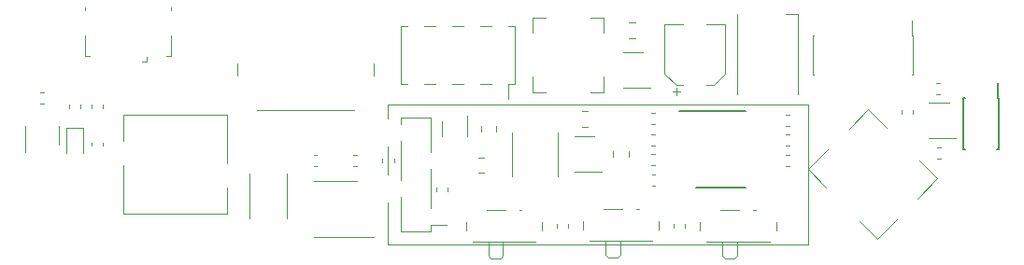
<source format=gbr>
G04 #@! TF.GenerationSoftware,KiCad,Pcbnew,(5.1.5)-3*
G04 #@! TF.CreationDate,2021-06-22T21:37:00+02:00*
G04 #@! TF.ProjectId,18650_UPS_PCB,31383635-305f-4555-9053-5f5043422e6b,rev?*
G04 #@! TF.SameCoordinates,Original*
G04 #@! TF.FileFunction,Legend,Top*
G04 #@! TF.FilePolarity,Positive*
%FSLAX46Y46*%
G04 Gerber Fmt 4.6, Leading zero omitted, Abs format (unit mm)*
G04 Created by KiCad (PCBNEW (5.1.5)-3) date 2021-06-22 21:37:00*
%MOMM*%
%LPD*%
G04 APERTURE LIST*
%ADD10C,0.120000*%
%ADD11C,0.150000*%
G04 APERTURE END LIST*
D10*
X155150000Y-83385000D02*
X155150000Y-84655000D01*
X155150000Y-96085000D02*
X155150000Y-92275000D01*
X193250000Y-96085000D02*
X155150000Y-96085000D01*
X193250000Y-94815000D02*
X193250000Y-96085000D01*
X193250000Y-83385000D02*
X193250000Y-94815000D01*
X155150000Y-83385000D02*
X193250000Y-83385000D01*
X155150000Y-89735000D02*
X155150000Y-87195000D01*
D11*
X181610000Y-83985000D02*
X187585000Y-83985000D01*
X183135000Y-90885000D02*
X187585000Y-90885000D01*
D10*
X160050000Y-84885000D02*
X160050000Y-86285000D01*
X162370000Y-86285000D02*
X162370000Y-84385000D01*
X173910000Y-86275000D02*
X172110000Y-86275000D01*
X172110000Y-89495000D02*
X174560000Y-89495000D01*
X176510000Y-81895000D02*
X178960000Y-81895000D01*
X178310000Y-78675000D02*
X176510000Y-78675000D01*
D11*
X210435000Y-82760000D02*
X210435000Y-81410000D01*
X207285000Y-82760000D02*
X207285000Y-87410000D01*
X210535000Y-82760000D02*
X210535000Y-87410000D01*
X207285000Y-82760000D02*
X207485000Y-82760000D01*
X207285000Y-87410000D02*
X207485000Y-87410000D01*
X210535000Y-87410000D02*
X210335000Y-87410000D01*
X210535000Y-82760000D02*
X210435000Y-82760000D01*
D10*
X122300000Y-85305000D02*
X122300000Y-87735000D01*
X125370000Y-87065000D02*
X125370000Y-85305000D01*
X204210000Y-86395000D02*
X206660000Y-86395000D01*
X206010000Y-83175000D02*
X204210000Y-83175000D01*
X169160000Y-94805000D02*
X169160000Y-94015000D01*
X162260000Y-94015000D02*
X162260000Y-94805000D01*
X164110000Y-92965000D02*
X165810000Y-92965000D01*
X162860000Y-95815000D02*
X168560000Y-95815000D01*
X165610000Y-97105000D02*
X165610000Y-95815000D01*
X164510000Y-97315000D02*
X165410000Y-97315000D01*
X164310000Y-95815000D02*
X164310000Y-97105000D01*
X165610000Y-97105000D02*
X165410000Y-97315000D01*
X164310000Y-97105000D02*
X164510000Y-97315000D01*
X167110000Y-92965000D02*
X167310000Y-92965000D01*
X190360000Y-94805000D02*
X190360000Y-94015000D01*
X183460000Y-94015000D02*
X183460000Y-94805000D01*
X185310000Y-92965000D02*
X187010000Y-92965000D01*
X184060000Y-95815000D02*
X189760000Y-95815000D01*
X186810000Y-97105000D02*
X186810000Y-95815000D01*
X185710000Y-97315000D02*
X186610000Y-97315000D01*
X185510000Y-95815000D02*
X185510000Y-97105000D01*
X186810000Y-97105000D02*
X186610000Y-97315000D01*
X185510000Y-97105000D02*
X185710000Y-97315000D01*
X188310000Y-92965000D02*
X188510000Y-92965000D01*
X179760000Y-94750000D02*
X179760000Y-93960000D01*
X172860000Y-93960000D02*
X172860000Y-94750000D01*
X174710000Y-92910000D02*
X176410000Y-92910000D01*
X173460000Y-95760000D02*
X179160000Y-95760000D01*
X176210000Y-97050000D02*
X176210000Y-95760000D01*
X175110000Y-97260000D02*
X176010000Y-97260000D01*
X174910000Y-95760000D02*
X174910000Y-97050000D01*
X176210000Y-97050000D02*
X176010000Y-97260000D01*
X174910000Y-97050000D02*
X175110000Y-97260000D01*
X177710000Y-92910000D02*
X177910000Y-92910000D01*
X140610000Y-93285000D02*
X140610000Y-90885000D01*
X131210000Y-93285000D02*
X140610000Y-93285000D01*
X131210000Y-88885000D02*
X131210000Y-93285000D01*
X131210000Y-84285000D02*
X131210000Y-86685000D01*
X140610000Y-84285000D02*
X131210000Y-84285000D01*
X140610000Y-84285000D02*
X140610000Y-88735000D01*
X181100000Y-94222221D02*
X181100000Y-94547779D01*
X182120000Y-94222221D02*
X182120000Y-94547779D01*
X170500000Y-94222221D02*
X170500000Y-94547779D01*
X171520000Y-94222221D02*
X171520000Y-94547779D01*
X123972779Y-82275000D02*
X123647221Y-82275000D01*
X123972779Y-83295000D02*
X123647221Y-83295000D01*
X205172779Y-81475000D02*
X204847221Y-81475000D01*
X205172779Y-82495000D02*
X204847221Y-82495000D01*
X129320000Y-87147779D02*
X129320000Y-86822221D01*
X128300000Y-87147779D02*
X128300000Y-86822221D01*
X142600000Y-89632936D02*
X142600000Y-93737064D01*
X146020000Y-89632936D02*
X146020000Y-93737064D01*
X202720000Y-84247779D02*
X202720000Y-83922221D01*
X201700000Y-84247779D02*
X201700000Y-83922221D01*
X166410000Y-89885000D02*
X166410000Y-85885000D01*
X170610000Y-89885000D02*
X170610000Y-85885000D01*
X168310000Y-75485000D02*
X168310000Y-76885000D01*
X168310000Y-82285000D02*
X168310000Y-80885000D01*
X168310000Y-75485000D02*
X169510000Y-75485000D01*
X168310000Y-82285000D02*
X169510000Y-82285000D01*
X174710000Y-82285000D02*
X173510000Y-82285000D01*
X174710000Y-82285000D02*
X174710000Y-80885000D01*
X174710000Y-75485000D02*
X174710000Y-76885000D01*
X174710000Y-75485000D02*
X173510000Y-75485000D01*
X153855000Y-80735000D02*
X153855000Y-79685000D01*
X141565000Y-80735000D02*
X141565000Y-79685000D01*
X143310000Y-83905000D02*
X152110000Y-83905000D01*
X192360000Y-75135000D02*
X191210000Y-75135000D01*
X192360000Y-82435000D02*
X192360000Y-75135000D01*
X186860000Y-82435000D02*
X186860000Y-75135000D01*
X126075000Y-85500000D02*
X126075000Y-87785000D01*
X127545000Y-85500000D02*
X126075000Y-85500000D01*
X127545000Y-87785000D02*
X127545000Y-85500000D01*
X172751422Y-83975000D02*
X173268578Y-83975000D01*
X172751422Y-85395000D02*
X173268578Y-85395000D01*
X163351422Y-89595000D02*
X163868578Y-89595000D01*
X163351422Y-88175000D02*
X163868578Y-88175000D01*
X181012500Y-82197500D02*
X181637500Y-82197500D01*
X181325000Y-82510000D02*
X181325000Y-81885000D01*
X184705563Y-81645000D02*
X185770000Y-80580563D01*
X181314437Y-81645000D02*
X180250000Y-80580563D01*
X181314437Y-81645000D02*
X181950000Y-81645000D01*
X184705563Y-81645000D02*
X184070000Y-81645000D01*
X185770000Y-80580563D02*
X185770000Y-76125000D01*
X180250000Y-80580563D02*
X180250000Y-76125000D01*
X180250000Y-76125000D02*
X181950000Y-76125000D01*
X185770000Y-76125000D02*
X184070000Y-76125000D01*
X163600000Y-85326422D02*
X163600000Y-85843578D01*
X165020000Y-85326422D02*
X165020000Y-85843578D01*
X177051422Y-77395000D02*
X177568578Y-77395000D01*
X177051422Y-75975000D02*
X177568578Y-75975000D01*
X175600000Y-88143578D02*
X175600000Y-87626422D01*
X177020000Y-88143578D02*
X177020000Y-87626422D01*
X128300000Y-83422221D02*
X128300000Y-83747779D01*
X129320000Y-83422221D02*
X129320000Y-83747779D01*
X205272779Y-87275000D02*
X204947221Y-87275000D01*
X205272779Y-88295000D02*
X204947221Y-88295000D01*
X126300000Y-83422221D02*
X126300000Y-83747779D01*
X127320000Y-83422221D02*
X127320000Y-83747779D01*
X179037221Y-87095000D02*
X179362779Y-87095000D01*
X179037221Y-86075000D02*
X179362779Y-86075000D01*
X179047221Y-85195000D02*
X179372779Y-85195000D01*
X179047221Y-84175000D02*
X179372779Y-84175000D01*
X159020000Y-87705000D02*
X159020000Y-84595000D01*
X159020000Y-92785000D02*
X159020000Y-89225000D01*
X156360000Y-90245000D02*
X156360000Y-86685000D01*
X156360000Y-85165000D02*
X156360000Y-84595000D01*
X159020000Y-94875000D02*
X159020000Y-94305000D01*
X159020000Y-94305000D02*
X160540000Y-94305000D01*
X156360000Y-94875000D02*
X156360000Y-91765000D01*
X159020000Y-84595000D02*
X156360000Y-84595000D01*
X159020000Y-94875000D02*
X156360000Y-94875000D01*
X150410000Y-95450000D02*
X153860000Y-95450000D01*
X150410000Y-95450000D02*
X148460000Y-95450000D01*
X150410000Y-90330000D02*
X152360000Y-90330000D01*
X150410000Y-90330000D02*
X148460000Y-90330000D01*
X204978986Y-90109264D02*
X203317285Y-88447563D01*
X204978986Y-90109264D02*
X203140509Y-91947742D01*
X198685736Y-83816014D02*
X200347437Y-85477715D01*
X198685736Y-83816014D02*
X196953324Y-85548425D01*
X193241014Y-89260736D02*
X194867359Y-90887082D01*
X193241014Y-89260736D02*
X195114847Y-87386903D01*
X199534264Y-95553986D02*
X197907918Y-93927641D01*
X199534264Y-95553986D02*
X201408097Y-93680153D01*
X155720000Y-88647779D02*
X155720000Y-88322221D01*
X154700000Y-88647779D02*
X154700000Y-88322221D01*
X160620000Y-91247779D02*
X160620000Y-90922221D01*
X159600000Y-91247779D02*
X159600000Y-90922221D01*
X166090000Y-81485000D02*
X166090000Y-82845000D01*
X156950000Y-76285000D02*
X156380000Y-76285000D01*
X159490000Y-76285000D02*
X158470000Y-76285000D01*
X162030000Y-76285000D02*
X161010000Y-76285000D01*
X164570000Y-76285000D02*
X163550000Y-76285000D01*
X166660000Y-76285000D02*
X166090000Y-76285000D01*
X156380000Y-76285000D02*
X156380000Y-81485000D01*
X156950000Y-81485000D02*
X156380000Y-81485000D01*
X159490000Y-81485000D02*
X158470000Y-81485000D01*
X162030000Y-81485000D02*
X161010000Y-81485000D01*
X164570000Y-81485000D02*
X163550000Y-81485000D01*
X166660000Y-81485000D02*
X166090000Y-81485000D01*
X166660000Y-76285000D02*
X166660000Y-81485000D01*
X179372779Y-87875000D02*
X179047221Y-87875000D01*
X179372779Y-88895000D02*
X179047221Y-88895000D01*
X179412779Y-89725000D02*
X179087221Y-89725000D01*
X179412779Y-90745000D02*
X179087221Y-90745000D01*
X191572779Y-84275000D02*
X191247221Y-84275000D01*
X191572779Y-85295000D02*
X191247221Y-85295000D01*
X191572779Y-86075000D02*
X191247221Y-86075000D01*
X191572779Y-87095000D02*
X191247221Y-87095000D01*
X191572779Y-87925000D02*
X191247221Y-87925000D01*
X191572779Y-88945000D02*
X191247221Y-88945000D01*
X148447221Y-88995000D02*
X148772779Y-88995000D01*
X148447221Y-87975000D02*
X148772779Y-87975000D01*
X152047221Y-88995000D02*
X152372779Y-88995000D01*
X152047221Y-87975000D02*
X152372779Y-87975000D01*
X133310000Y-79497500D02*
X133310000Y-79047500D01*
X133310000Y-79497500D02*
X132860000Y-79497500D01*
X127710000Y-78947500D02*
X128160000Y-78947500D01*
X127710000Y-77097500D02*
X127710000Y-78947500D01*
X135510000Y-74547500D02*
X135510000Y-74797500D01*
X127710000Y-74547500D02*
X127710000Y-74797500D01*
X135510000Y-77097500D02*
X135510000Y-78947500D01*
X135510000Y-78947500D02*
X135060000Y-78947500D01*
X193770000Y-80650000D02*
X193705000Y-80650000D01*
X193770000Y-77120000D02*
X193705000Y-77120000D01*
X202715000Y-80650000D02*
X202650000Y-80650000D01*
X202715000Y-77120000D02*
X202650000Y-77120000D01*
X202650000Y-75795000D02*
X202650000Y-77120000D01*
X193705000Y-77120000D02*
X193705000Y-80650000D01*
X202715000Y-77120000D02*
X202715000Y-80650000D01*
M02*

</source>
